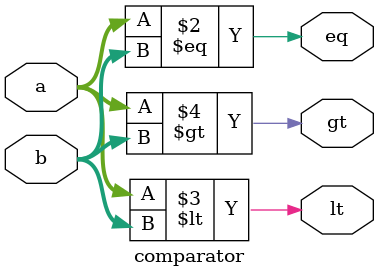
<source format=sv>
module comparator #(parameter N = 16)(
     input logic [N-1:0] a, b,
	 output logic eq, lt, gt
	 );
	 always_comb begin
		 eq = a == b;
		 lt = a < b;
		 gt = a > b;
		end
	endmodule
</source>
